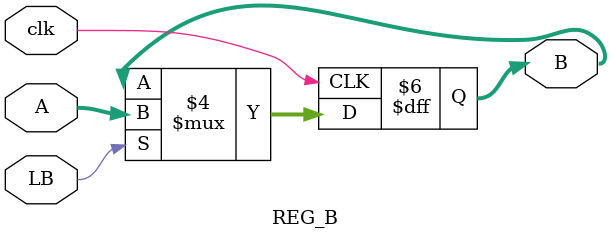
<source format=v>
`timescale 1ns / 1ps
module REG_B (input [7:0] A,input LB, clk, output reg [7:0] B );
always @(posedge clk)
begin
if (LB == 1)
B <= A;
else
B <= B;
end
endmodule
</source>
